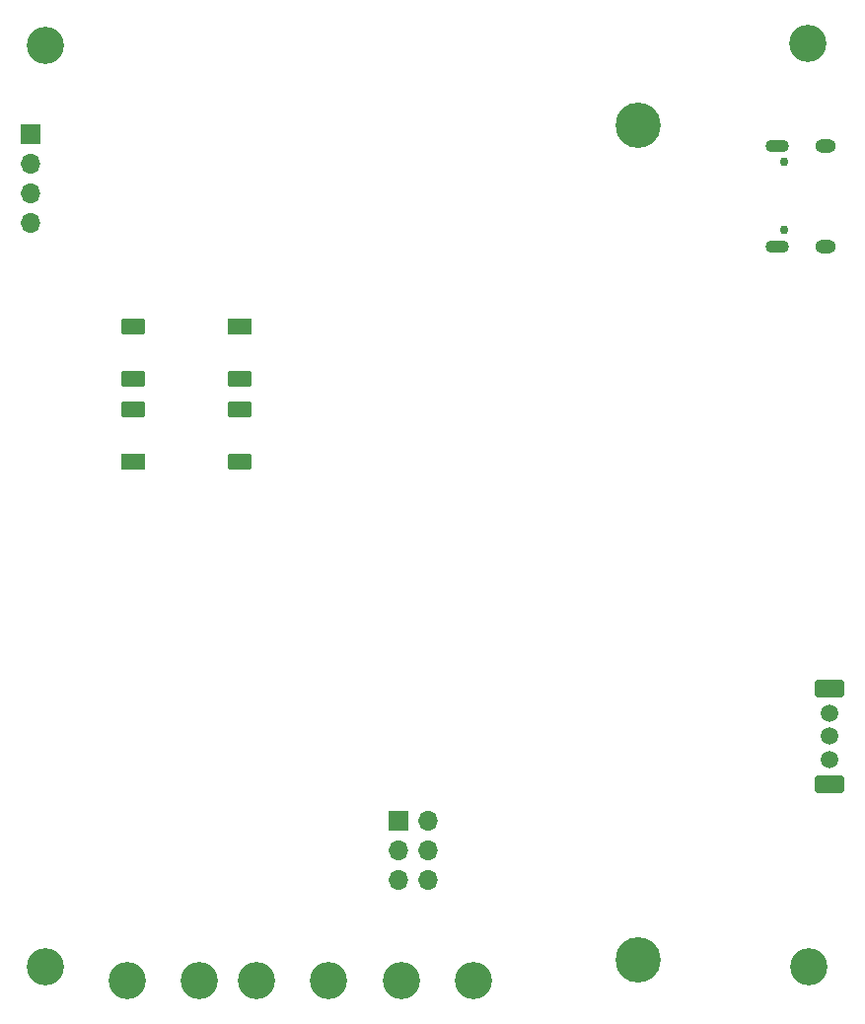
<source format=gbs>
G04 #@! TF.GenerationSoftware,KiCad,Pcbnew,8.0.4*
G04 #@! TF.CreationDate,2025-04-22T11:47:14+02:00*
G04 #@! TF.ProjectId,MarvinProjekt,4d617276-696e-4507-926f-6a656b742e6b,rev?*
G04 #@! TF.SameCoordinates,Original*
G04 #@! TF.FileFunction,Soldermask,Bot*
G04 #@! TF.FilePolarity,Negative*
%FSLAX46Y46*%
G04 Gerber Fmt 4.6, Leading zero omitted, Abs format (unit mm)*
G04 Created by KiCad (PCBNEW 8.0.4) date 2025-04-22 11:47:14*
%MOMM*%
%LPD*%
G01*
G04 APERTURE LIST*
G04 Aperture macros list*
%AMRoundRect*
0 Rectangle with rounded corners*
0 $1 Rounding radius*
0 $2 $3 $4 $5 $6 $7 $8 $9 X,Y pos of 4 corners*
0 Add a 4 corners polygon primitive as box body*
4,1,4,$2,$3,$4,$5,$6,$7,$8,$9,$2,$3,0*
0 Add four circle primitives for the rounded corners*
1,1,$1+$1,$2,$3*
1,1,$1+$1,$4,$5*
1,1,$1+$1,$6,$7*
1,1,$1+$1,$8,$9*
0 Add four rect primitives between the rounded corners*
20,1,$1+$1,$2,$3,$4,$5,0*
20,1,$1+$1,$4,$5,$6,$7,0*
20,1,$1+$1,$6,$7,$8,$9,0*
20,1,$1+$1,$8,$9,$2,$3,0*%
G04 Aperture macros list end*
%ADD10C,3.200000*%
%ADD11RoundRect,0.250000X1.000000X-0.500000X1.000000X0.500000X-1.000000X0.500000X-1.000000X-0.500000X0*%
%ADD12C,1.500000*%
%ADD13C,0.750000*%
%ADD14O,2.000000X1.100000*%
%ADD15O,1.800000X1.200000*%
%ADD16O,1.700000X1.700000*%
%ADD17R,1.700000X1.700000*%
%ADD18C,3.890000*%
%ADD19C,0.100000*%
%ADD20RoundRect,0.250000X0.800000X0.450000X-0.800000X0.450000X-0.800000X-0.450000X0.800000X-0.450000X0*%
%ADD21R,2.100000X1.400000*%
%ADD22RoundRect,0.250000X-0.800000X-0.450000X0.800000X-0.450000X0.800000X0.450000X-0.800000X0.450000X0*%
G04 APERTURE END LIST*
D10*
G04 #@! TO.C,U10*
X108800000Y-166900000D03*
X127400000Y-166900000D03*
X115000000Y-166900000D03*
X121200000Y-166900000D03*
G04 #@! TD*
D11*
G04 #@! TO.C,SW7*
X158000000Y-150000000D03*
X158000000Y-141800000D03*
D12*
X158000000Y-147900000D03*
X158000000Y-145900000D03*
X158000000Y-143900000D03*
G04 #@! TD*
D10*
G04 #@! TO.C,LS1*
X97725000Y-166900000D03*
X103925000Y-166900000D03*
G04 #@! TD*
D13*
G04 #@! TO.C,X1*
X154090000Y-102410000D03*
X154090000Y-96630000D03*
D14*
X153480000Y-103840000D03*
D15*
X157680000Y-103840000D03*
D14*
X153480000Y-95200000D03*
D15*
X157680000Y-95200000D03*
G04 #@! TD*
D16*
G04 #@! TO.C,J2*
X89400000Y-101880000D03*
X89400000Y-99340000D03*
X89400000Y-96800000D03*
D17*
X89400000Y-94260000D03*
G04 #@! TD*
D10*
G04 #@! TO.C,REF\u002A\u002A*
X90700000Y-86600000D03*
G04 #@! TD*
G04 #@! TO.C,REF\u002A\u002A*
X90700000Y-165700000D03*
G04 #@! TD*
D16*
G04 #@! TO.C,J1*
X123540000Y-158240000D03*
X121000000Y-158240000D03*
X123540000Y-155700000D03*
X121000000Y-155700000D03*
X123540000Y-153160000D03*
D17*
X121000000Y-153160000D03*
G04 #@! TD*
D10*
G04 #@! TO.C,REF\u002A\u002A*
X156100000Y-86400000D03*
G04 #@! TD*
D18*
G04 #@! TO.C,BT1*
X141600000Y-165100000D03*
X141600000Y-93500000D03*
D19*
X133600000Y-93500000D03*
X149600000Y-106700000D03*
X133600000Y-151900000D03*
G04 #@! TD*
D20*
G04 #@! TO.C,SW9*
X98250000Y-110729456D03*
X98250000Y-115229456D03*
X107350000Y-115229456D03*
D21*
X107350000Y-110729456D03*
G04 #@! TD*
D22*
G04 #@! TO.C,SW8*
X107350000Y-122370544D03*
X107350000Y-117870544D03*
X98250000Y-117870544D03*
D21*
X98250000Y-122370544D03*
G04 #@! TD*
D10*
G04 #@! TO.C,REF\u002A\u002A*
X156200000Y-165700000D03*
G04 #@! TD*
M02*

</source>
